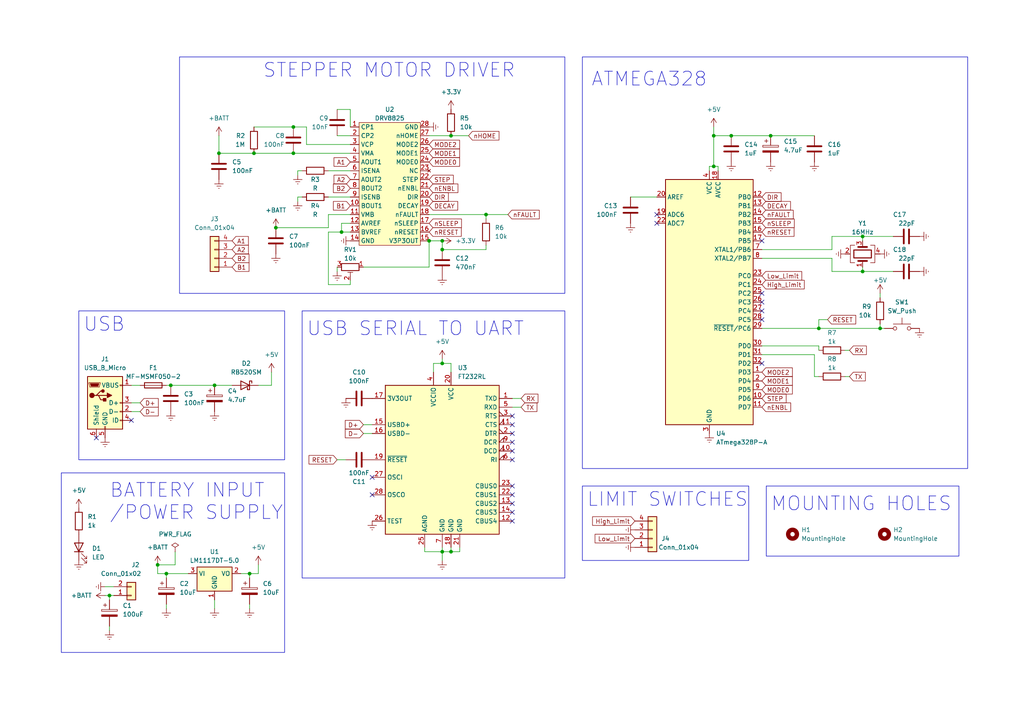
<source format=kicad_sch>
(kicad_sch (version 20230121) (generator eeschema)
  (paper "A4")
  (title_block (title "Shafter landing platform motor driver") (rev "V1.0"))
  (lib_symbols
    (symbol "Connector:USB_B_Micro" (pin_names (offset 1.016))
      (property "Reference" "J" (at -5.08 11.43 0))
      (property "Value" "USB_B_Micro" (at -5.08 8.89 0))
      (symbol "USB_B_Micro_0_1"
        (rectangle (start -5.08 -7.62) (end 5.08 7.62) (stroke (width 0.254)) (fill (type background)))
        (circle (center -3.81 2.159) (radius 0.635) (stroke (width 0.254)) (fill (type outline)))
        (circle (center -0.635 3.429) (radius 0.381) (stroke (width 0.254)) (fill (type outline)))
        (rectangle (start -0.127 -7.62) (end 0.127 -6.858))
        (polyline (pts (xy -1.905 2.159) (xy 0.635 2.159)) (stroke (width 0.254)))
        (polyline (pts (xy -3.175 2.159) (xy -2.54 2.159) (xy -1.27 3.429) (xy -0.635 3.429)) (stroke (width 0.254)))
        (polyline (pts (xy -2.54 2.159) (xy -1.905 2.159) (xy -1.27 0.889) (xy 0 0.889)) (stroke (width 0.254)))
        (polyline (pts (xy 0.635 2.794) (xy 0.635 1.524) (xy 1.905 2.159) (xy 0.635 2.794)) (stroke (width 0.254)) (fill (type outline)))
        (polyline (pts (xy -4.318 5.588) (xy -1.778 5.588) (xy -2.032 4.826) (xy -4.064 4.826) (xy -4.318 5.588)) (fill (type outline)))
        (polyline (pts (xy -4.699 5.842) (xy -4.699 5.588) (xy -4.445 4.826) (xy -4.445 4.572) (xy -1.651 4.572) (xy -1.651 4.826) (xy -1.397 5.588) (xy -1.397 5.842) (xy -4.699 5.842)))
        (rectangle (start 0.254 1.27) (end -0.508 0.508) (stroke (width 0.254)) (fill (type outline)))
        (rectangle (start 5.08 -5.207) (end 4.318 -4.953))
        (rectangle (start 5.08 -2.667) (end 4.318 -2.413))
        (rectangle (start 5.08 -0.127) (end 4.318 0.127))
        (rectangle (start 5.08 4.953) (end 4.318 5.207))
      )
      (symbol "USB_B_Micro_1_1"
        (pin power_out line (at 7.62 5.08 180) (length 2.54) (name "VBUS") (number "1"))
        (pin bidirectional line (at 7.62 -2.54 180) (length 2.54) (name "D-") (number "2"))
        (pin bidirectional line (at 7.62 0 180) (length 2.54) (name "D+") (number "3"))
        (pin passive line (at 7.62 -5.08 180) (length 2.54) (name "ID") (number "4"))
        (pin power_out line (at 0 -10.16 90) (length 2.54) (name "GND") (number "5"))
        (pin passive line (at -2.54 -10.16 90) (length 2.54) (name "Shield") (number "6"))
      )
    )
    (symbol "Connector_Generic:Conn_01x02" (pin_names (offset 1.016) hide)
      (property "Reference" "J" (at 0 2.54 0))
      (property "Value" "Conn_01x02" (at 0 -5.08 0))
      (symbol "Conn_01x02_1_1"
        (rectangle (start -1.27 -2.413) (end 0 -2.667) (stroke (width 0.1524)))
        (rectangle (start -1.27 0.127) (end 0 -0.127) (stroke (width 0.1524)))
        (rectangle (start -1.27 1.27) (end 1.27 -3.81) (stroke (width 0.254)) (fill (type background)))
        (pin passive line (at -5.08 0 0) (length 3.81) (name "Pin_1") (number "1"))
        (pin passive line (at -5.08 -2.54 0) (length 3.81) (name "Pin_2") (number "2"))
      )
    )
    (symbol "Connector_Generic:Conn_01x04" (pin_names (offset 1.016) hide)
      (property "Reference" "J" (at 0 5.08 0))
      (property "Value" "Conn_01x04" (at 0 -7.62 0))
      (symbol "Conn_01x04_1_1"
        (rectangle (start -1.27 -4.953) (end 0 -5.207) (stroke (width 0.1524)))
        (rectangle (start -1.27 -2.413) (end 0 -2.667) (stroke (width 0.1524)))
        (rectangle (start -1.27 0.127) (end 0 -0.127) (stroke (width 0.1524)))
        (rectangle (start -1.27 2.667) (end 0 2.413) (stroke (width 0.1524)))
        (rectangle (start -1.27 3.81) (end 1.27 -6.35) (stroke (width 0.254)) (fill (type background)))
        (pin passive line (at -5.08 2.54 0) (length 3.81) (name "Pin_1") (number "1"))
        (pin passive line (at -5.08 0 0) (length 3.81) (name "Pin_2") (number "2"))
        (pin passive line (at -5.08 -2.54 0) (length 3.81) (name "Pin_3") (number "3"))
        (pin passive line (at -5.08 -5.08 0) (length 3.81) (name "Pin_4") (number "4"))
      )
    )
    (symbol "DRV8825:DRV8825"
      (property "Reference" "U" (at 0 20.32 0))
      (symbol "DRV8825_1_1"
        (rectangle (start -8.89 17.78) (end 8.89 -17.78) (fill (type background)))
        (pin bidirectional line (at -11.43 16.51 0) (length 2.54) (name "CP1") (number "1"))
        (pin output line (at -11.43 -6.35 0) (length 2.54) (name "BOUT1") (number "10"))
        (pin power_in line (at -11.43 -8.89 0) (length 2.54) (name "VMB") (number "11"))
        (pin input line (at -11.43 -11.43 0) (length 2.54) (name "AVREF") (number "12"))
        (pin input line (at -11.43 -13.97 0) (length 2.54) (name "BVREF") (number "13"))
        (pin power_in line (at -11.43 -16.51 0) (length 2.54) (name "GND") (number "14"))
        (pin power_out line (at 11.43 -16.51 180) (length 2.54) (name "V3P3OUT") (number "15"))
        (pin input line (at 11.43 -13.97 180) (length 2.54) (name "nRESET") (number "16"))
        (pin input line (at 11.43 -11.43 180) (length 2.54) (name "nSLEEP") (number "17"))
        (pin input line (at 11.43 -8.89 180) (length 2.54) (name "nFAULT") (number "18"))
        (pin input line (at 11.43 -6.35 180) (length 2.54) (name "DECAY") (number "19"))
        (pin bidirectional line (at -11.43 13.97 0) (length 2.54) (name "CP2") (number "2"))
        (pin input line (at 11.43 -3.81 180) (length 2.54) (name "DIR") (number "20"))
        (pin input line (at 11.43 -1.27 180) (length 2.54) (name "nENBL") (number "21"))
        (pin input line (at 11.43 1.27 180) (length 2.54) (name "STEP") (number "22"))
        (pin no_connect line (at 11.43 3.81 180) (length 2.54) (name "NC") (number "23"))
        (pin input line (at 11.43 6.35 180) (length 2.54) (name "MODE0") (number "24"))
        (pin input line (at 11.43 8.89 180) (length 2.54) (name "MODE1") (number "25"))
        (pin input line (at 11.43 11.43 180) (length 2.54) (name "MODE2") (number "26"))
        (pin input line (at 11.43 13.97 180) (length 2.54) (name "nHOME") (number "27"))
        (pin power_in line (at 11.43 16.51 180) (length 2.54) (name "GND") (number "28"))
        (pin bidirectional line (at -11.43 11.43 0) (length 2.54) (name "VCP") (number "3"))
        (pin power_in line (at -11.43 8.89 0) (length 2.54) (name "VMA") (number "4"))
        (pin output line (at -11.43 6.35 0) (length 2.54) (name "AOUT1") (number "5"))
        (pin bidirectional line (at -11.43 3.81 0) (length 2.54) (name "ISENA") (number "6"))
        (pin output line (at -11.43 1.27 0) (length 2.54) (name "AOUT2") (number "7"))
        (pin output line (at -11.43 -1.27 0) (length 2.54) (name "BOUT2") (number "8"))
        (pin bidirectional line (at -11.43 -3.81 0) (length 2.54) (name "ISENB") (number "9"))
      )
    )
    (symbol "Device:C" (pin_numbers hide) (pin_names (offset 0.254))
      (property "Reference" "C" (at 0.635 2.54 0))
      (property "Value" "C" (at 0.635 -2.54 0))
      (symbol "C_0_1"
        (polyline (pts (xy -2.032 -0.762) (xy 2.032 -0.762)) (stroke (width 0.508)))
        (polyline (pts (xy -2.032 0.762) (xy 2.032 0.762)) (stroke (width 0.508)))
      )
      (symbol "C_1_1"
        (pin passive line (at 0 3.81 270) (length 2.794) (name "~") (number "1"))
        (pin passive line (at 0 -3.81 90) (length 2.794) (name "~") (number "2"))
      )
    )
    (symbol "Device:C_Polarized" (pin_numbers hide) (pin_names (offset 0.254))
      (property "Reference" "C" (at 0.635 2.54 0))
      (property "Value" "C_Polarized" (at 0.635 -2.54 0))
      (symbol "C_Polarized_0_1"
        (rectangle (start -2.286 0.508) (end 2.286 1.016))
        (polyline (pts (xy -1.778 2.286) (xy -0.762 2.286)))
        (polyline (pts (xy -1.27 2.794) (xy -1.27 1.778)))
        (rectangle (start 2.286 -0.508) (end -2.286 -1.016) (fill (type outline)))
      )
      (symbol "C_Polarized_1_1"
        (pin passive line (at 0 3.81 270) (length 2.794) (name "~") (number "1"))
        (pin passive line (at 0 -3.81 90) (length 2.794) (name "~") (number "2"))
      )
    )
    (symbol "Device:Crystal_GND24" (pin_names (offset 1.016) hide)
      (property "Reference" "Y" (at 3.175 5.08 0))
      (property "Value" "Crystal_GND24" (at 3.175 3.175 0))
      (symbol "Crystal_GND24_0_1"
        (rectangle (start -1.143 2.54) (end 1.143 -2.54) (stroke (width 0.3048)))
        (polyline (pts (xy -2.54 0) (xy -2.032 0)))
        (polyline (pts (xy -2.032 -1.27) (xy -2.032 1.27)) (stroke (width 0.508)))
        (polyline (pts (xy 0 -3.81) (xy 0 -3.556)))
        (polyline (pts (xy 0 3.556) (xy 0 3.81)))
        (polyline (pts (xy 2.032 -1.27) (xy 2.032 1.27)) (stroke (width 0.508)))
        (polyline (pts (xy 2.032 0) (xy 2.54 0)))
        (polyline (pts (xy -2.54 -2.286) (xy -2.54 -3.556) (xy 2.54 -3.556) (xy 2.54 -2.286)))
        (polyline (pts (xy -2.54 2.286) (xy -2.54 3.556) (xy 2.54 3.556) (xy 2.54 2.286)))
      )
      (symbol "Crystal_GND24_1_1"
        (pin passive line (at -3.81 0 0) (length 1.27) (name "1") (number "1"))
        (pin passive line (at 0 5.08 270) (length 1.27) (name "2") (number "2"))
        (pin passive line (at 3.81 0 180) (length 1.27) (name "3") (number "3"))
        (pin passive line (at 0 -5.08 90) (length 1.27) (name "4") (number "4"))
      )
    )
    (symbol "Device:D_Schottky" (pin_numbers hide) (pin_names (offset 1.016) hide)
      (property "Reference" "D" (at 0 2.54 0))
      (property "Value" "D_Schottky" (at 0 -2.54 0))
      (symbol "D_Schottky_0_1"
        (polyline (pts (xy 1.27 0) (xy -1.27 0)))
        (polyline (pts (xy 1.27 1.27) (xy 1.27 -1.27) (xy -1.27 0) (xy 1.27 1.27)) (stroke (width 0.254)))
        (polyline (pts (xy -1.905 0.635) (xy -1.905 1.27) (xy -1.27 1.27) (xy -1.27 -1.27) (xy -0.635 -1.27) (xy -0.635 -0.635)) (stroke (width 0.254)))
      )
      (symbol "D_Schottky_1_1"
        (pin passive line (at -3.81 0 0) (length 2.54) (name "K") (number "1"))
        (pin passive line (at 3.81 0 180) (length 2.54) (name "A") (number "2"))
      )
    )
    (symbol "Device:Fuse" (pin_numbers hide) (pin_names (offset 0))
      (property "Reference" "F" (at 2.032 0 90))
      (property "Value" "Fuse" (at -1.905 0 90))
      (symbol "Fuse_0_1"
        (rectangle (start -0.762 -2.54) (end 0.762 2.54) (stroke (width 0.254)))
        (polyline (pts (xy 0 2.54) (xy 0 -2.54)))
      )
      (symbol "Fuse_1_1"
        (pin passive line (at 0 3.81 270) (length 1.27) (name "~") (number "1"))
        (pin passive line (at 0 -3.81 90) (length 1.27) (name "~") (number "2"))
      )
    )
    (symbol "Device:LED" (pin_numbers hide) (pin_names (offset 1.016) hide)
      (property "Reference" "D" (at 0 2.54 0))
      (property "Value" "LED" (at 0 -2.54 0))
      (symbol "LED_0_1"
        (polyline (pts (xy -1.27 -1.27) (xy -1.27 1.27)) (stroke (width 0.254)))
        (polyline (pts (xy -1.27 0) (xy 1.27 0)))
        (polyline (pts (xy 1.27 -1.27) (xy 1.27 1.27) (xy -1.27 0) (xy 1.27 -1.27)) (stroke (width 0.254)))
        (polyline (pts (xy -3.048 -0.762) (xy -4.572 -2.286) (xy -3.81 -2.286) (xy -4.572 -2.286) (xy -4.572 -1.524)))
        (polyline (pts (xy -1.778 -0.762) (xy -3.302 -2.286) (xy -2.54 -2.286) (xy -3.302 -2.286) (xy -3.302 -1.524)))
      )
      (symbol "LED_1_1"
        (pin passive line (at -3.81 0 0) (length 2.54) (name "K") (number "1"))
        (pin passive line (at 3.81 0 180) (length 2.54) (name "A") (number "2"))
      )
    )
    (symbol "Device:R" (pin_numbers hide) (pin_names (offset 0))
      (property "Reference" "R" (at 2.032 0 90))
      (property "Value" "R" (at 0 0 90))
      (symbol "R_0_1"
        (rectangle (start -1.016 -2.54) (end 1.016 2.54) (stroke (width 0.254)))
      )
      (symbol "R_1_1"
        (pin passive line (at 0 3.81 270) (length 1.27) (name "~") (number "1"))
        (pin passive line (at 0 -3.81 90) (length 1.27) (name "~") (number "2"))
      )
    )
    (symbol "Device:R_Potentiometer_Trim" (pin_names (offset 1.016) hide)
      (property "Reference" "RV" (at -4.445 0 90))
      (property "Value" "R_Potentiometer_Trim" (at -2.54 0 90))
      (symbol "R_Potentiometer_Trim_0_1"
        (polyline (pts (xy 1.524 0.762) (xy 1.524 -0.762)))
        (polyline (pts (xy 2.54 0) (xy 1.524 0)))
        (rectangle (start 1.016 2.54) (end -1.016 -2.54) (stroke (width 0.254)))
      )
      (symbol "R_Potentiometer_Trim_1_1"
        (pin passive line (at 0 3.81 270) (length 1.27) (name "1") (number "1"))
        (pin passive line (at 3.81 0 180) (length 1.27) (name "2") (number "2"))
        (pin passive line (at 0 -3.81 90) (length 1.27) (name "3") (number "3"))
      )
    )
    (symbol "Interface_USB:FT232RL"
      (property "Reference" "U" (at -16.51 22.86 0))
      (property "Value" "FT232RL" (at 10.16 22.86 0))
      (symbol "FT232RL_0_1"
        (rectangle (start -16.51 21.59) (end 16.51 -21.59) (stroke (width 0.254)) (fill (type background)))
      )
      (symbol "FT232RL_1_1"
        (pin output line (at 20.32 17.78 180) (length 3.81) (name "TXD") (number "1"))
        (pin input input_low (at 20.32 2.54 180) (length 3.81) (name "DCD") (number "10"))
        (pin input input_low (at 20.32 10.16 180) (length 3.81) (name "CTS") (number "11"))
        (pin bidirectional line (at 20.32 -17.78 180) (length 3.81) (name "CBUS4") (number "12"))
        (pin bidirectional line (at 20.32 -12.7 180) (length 3.81) (name "CBUS2") (number "13"))
        (pin bidirectional line (at 20.32 -15.24 180) (length 3.81) (name "CBUS3") (number "14"))
        (pin bidirectional line (at -20.32 10.16 0) (length 3.81) (name "USBD+") (number "15"))
        (pin bidirectional line (at -20.32 7.62 0) (length 3.81) (name "USBD-") (number "16"))
        (pin power_out line (at -20.32 17.78 0) (length 3.81) (name "3V3OUT") (number "17"))
        (pin power_in line (at 2.54 -25.4 90) (length 3.81) (name "GND") (number "18"))
        (pin input line (at -20.32 0 0) (length 3.81) (name "~{RESET}") (number "19"))
        (pin output output_low (at 20.32 7.62 180) (length 3.81) (name "DTR") (number "2"))
        (pin power_in line (at 2.54 25.4 270) (length 3.81) (name "VCC") (number "20"))
        (pin power_in line (at 5.08 -25.4 90) (length 3.81) (name "GND") (number "21"))
        (pin bidirectional line (at 20.32 -10.16 180) (length 3.81) (name "CBUS1") (number "22"))
        (pin bidirectional line (at 20.32 -7.62 180) (length 3.81) (name "CBUS0") (number "23"))
        (pin power_in line (at -5.08 -25.4 90) (length 3.81) (name "AGND") (number "25"))
        (pin input line (at -20.32 -17.78 0) (length 3.81) (name "TEST") (number "26"))
        (pin input line (at -20.32 -5.08 0) (length 3.81) (name "OSCI") (number "27"))
        (pin output line (at -20.32 -10.16 0) (length 3.81) (name "OSCO") (number "28"))
        (pin output output_low (at 20.32 12.7 180) (length 3.81) (name "RTS") (number "3"))
        (pin power_in line (at -2.54 25.4 270) (length 3.81) (name "VCCIO") (number "4"))
        (pin input line (at 20.32 15.24 180) (length 3.81) (name "RXD") (number "5"))
        (pin input input_low (at 20.32 0 180) (length 3.81) (name "RI") (number "6"))
        (pin power_in line (at 0 -25.4 90) (length 3.81) (name "GND") (number "7"))
        (pin input input_low (at 20.32 5.08 180) (length 3.81) (name "DCR") (number "9"))
      )
    )
    (symbol "MCU_Microchip_ATmega:ATmega328P-A"
      (property "Reference" "U" (at -12.7 36.83 0))
      (property "Value" "ATmega328P-A" (at 2.54 -36.83 0))
      (symbol "ATmega328P-A_0_1"
        (rectangle (start -12.7 -35.56) (end 12.7 35.56) (stroke (width 0.254)) (fill (type background)))
      )
      (symbol "ATmega328P-A_1_1"
        (pin bidirectional line (at 15.24 -20.32 180) (length 2.54) (name "PD3") (number "1"))
        (pin bidirectional line (at 15.24 -27.94 180) (length 2.54) (name "PD6") (number "10"))
        (pin bidirectional line (at 15.24 -30.48 180) (length 2.54) (name "PD7") (number "11"))
        (pin bidirectional line (at 15.24 30.48 180) (length 2.54) (name "PB0") (number "12"))
        (pin bidirectional line (at 15.24 27.94 180) (length 2.54) (name "PB1") (number "13"))
        (pin bidirectional line (at 15.24 25.4 180) (length 2.54) (name "PB2") (number "14"))
        (pin bidirectional line (at 15.24 22.86 180) (length 2.54) (name "PB3") (number "15"))
        (pin bidirectional line (at 15.24 20.32 180) (length 2.54) (name "PB4") (number "16"))
        (pin bidirectional line (at 15.24 17.78 180) (length 2.54) (name "PB5") (number "17"))
        (pin power_in line (at 2.54 38.1 270) (length 2.54) (name "AVCC") (number "18"))
        (pin input line (at -15.24 25.4 0) (length 2.54) (name "ADC6") (number "19"))
        (pin bidirectional line (at 15.24 -22.86 180) (length 2.54) (name "PD4") (number "2"))
        (pin passive line (at -15.24 30.48 0) (length 2.54) (name "AREF") (number "20"))
        (pin passive line (at 0 -38.1 90) (length 2.54) hide (name "GND") (number "21"))
        (pin input line (at -15.24 22.86 0) (length 2.54) (name "ADC7") (number "22"))
        (pin bidirectional line (at 15.24 7.62 180) (length 2.54) (name "PC0") (number "23"))
        (pin bidirectional line (at 15.24 5.08 180) (length 2.54) (name "PC1") (number "24"))
        (pin bidirectional line (at 15.24 2.54 180) (length 2.54) (name "PC2") (number "25"))
        (pin bidirectional line (at 15.24 0 180) (length 2.54) (name "PC3") (number "26"))
        (pin bidirectional line (at 15.24 -2.54 180) (length 2.54) (name "PC4") (number "27"))
        (pin bidirectional line (at 15.24 -5.08 180) (length 2.54) (name "PC5") (number "28"))
        (pin bidirectional line (at 15.24 -7.62 180) (length 2.54) (name "~{RESET}/PC6") (number "29"))
        (pin power_in line (at 0 -38.1 90) (length 2.54) (name "GND") (number "3"))
        (pin bidirectional line (at 15.24 -12.7 180) (length 2.54) (name "PD0") (number "30"))
        (pin bidirectional line (at 15.24 -15.24 180) (length 2.54) (name "PD1") (number "31"))
        (pin bidirectional line (at 15.24 -17.78 180) (length 2.54) (name "PD2") (number "32"))
        (pin power_in line (at 0 38.1 270) (length 2.54) (name "VCC") (number "4"))
        (pin passive line (at 0 -38.1 90) (length 2.54) hide (name "GND") (number "5"))
        (pin passive line (at 0 38.1 270) (length 2.54) hide (name "VCC") (number "6"))
        (pin bidirectional line (at 15.24 15.24 180) (length 2.54) (name "XTAL1/PB6") (number "7"))
        (pin bidirectional line (at 15.24 12.7 180) (length 2.54) (name "XTAL2/PB7") (number "8"))
        (pin bidirectional line (at 15.24 -25.4 180) (length 2.54) (name "PD5") (number "9"))
      )
    )
    (symbol "Mechanical:MountingHole" (pin_names (offset 1.016))
      (property "Reference" "H" (at 0 5.08 0))
      (property "Value" "MountingHole" (at 0 3.175 0))
      (symbol "MountingHole_0_1"
        (circle (center 0 0) (radius 1.27) (stroke (width 1.27)))
      )
    )
    (symbol "Regulator_Linear:LM1117DT-5.0"
      (property "Reference" "U" (at -3.81 3.175 0))
      (property "Value" "LM1117DT-5.0" (at 0 3.175 0))
      (symbol "LM1117DT-5.0_0_1"
        (rectangle (start -5.08 -5.08) (end 5.08 1.905) (stroke (width 0.254)) (fill (type background)))
      )
      (symbol "LM1117DT-5.0_1_1"
        (pin power_in line (at 0 -7.62 90) (length 2.54) (name "GND") (number "1"))
        (pin power_out line (at 7.62 0 180) (length 2.54) (name "VO") (number "2"))
        (pin power_in line (at -7.62 0 0) (length 2.54) (name "VI") (number "3"))
      )
    )
    (symbol "Switch:SW_Push" (pin_numbers hide) (pin_names (offset 1.016) hide)
      (property "Reference" "SW" (at 1.27 2.54 0))
      (property "Value" "SW_Push" (at 0 -1.524 0))
      (symbol "SW_Push_0_1"
        (circle (center -2.032 0) (radius 0.508))
        (polyline (pts (xy 0 1.27) (xy 0 3.048)))
        (polyline (pts (xy 2.54 1.27) (xy -2.54 1.27)))
        (circle (center 2.032 0) (radius 0.508))
        (pin passive line (at -5.08 0 0) (length 2.54) (name "1") (number "1"))
        (pin passive line (at 5.08 0 180) (length 2.54) (name "2") (number "2"))
      )
    )
    (symbol "power:+3.3V" (power) (pin_names (offset 0))
      (property "Value" "+3.3V" (at 0 3.556 0))
      (symbol "+3.3V_0_1"
        (polyline (pts (xy -0.762 1.27) (xy 0 2.54)))
        (polyline (pts (xy 0 0) (xy 0 2.54)))
        (polyline (pts (xy 0 2.54) (xy 0.762 1.27)))
      )
      (symbol "+3.3V_1_1"
        (pin power_in line (at 0 0 90) (length 0) hide (name "+3.3V") (number "1"))
      )
    )
    (symbol "power:+5V" (power) (pin_names (offset 0))
      (property "Value" "+5V" (at 0 3.556 0))
      (symbol "+5V_0_1"
        (polyline (pts (xy -0.762 1.27) (xy 0 2.54)))
        (polyline (pts (xy 0 0) (xy 0 2.54)))
        (polyline (pts (xy 0 2.54) (xy 0.762 1.27)))
      )
      (symbol "+5V_1_1"
        (pin power_in line (at 0 0 90) (length 0) hide (name "+5V") (number "1"))
      )
    )
    (symbol "power:+BATT" (power) (pin_names (offset 0))
      (property "Value" "+BATT" (at 0 3.556 0))
      (symbol "+BATT_0_1"
        (polyline (pts (xy -0.762 1.27) (xy 0 2.54)))
        (polyline (pts (xy 0 0) (xy 0 2.54)))
        (polyline (pts (xy 0 2.54) (xy 0.762 1.27)))
      )
      (symbol "+BATT_1_1"
        (pin power_in line (at 0 0 90) (length 0) hide (name "+BATT") (number "1"))
      )
    )
    (symbol "power:Earth" (power) (pin_names (offset 0))
      (symbol "Earth_0_1"
        (polyline (pts (xy -0.635 -1.905) (xy 0.635 -1.905)))
        (polyline (pts (xy -0.127 -2.54) (xy 0.127 -2.54)))
        (polyline (pts (xy 0 -1.27) (xy 0 0)))
        (polyline (pts (xy 1.27 -1.27) (xy -1.27 -1.27)))
      )
      (symbol "Earth_1_1"
        (pin power_in line (at 0 0 270) (length 0) hide (name "Earth") (number "1"))
      )
    )
    (symbol "power:PWR_FLAG" (power) (pin_numbers hide) (pin_names (offset 0) hide)
      (property "Value" "PWR_FLAG" (at 0 3.81 0))
      (symbol "PWR_FLAG_0_0"
        (pin power_out line (at 0 0 90) (length 0) (name "pwr") (number "1"))
      )
      (symbol "PWR_FLAG_0_1"
        (polyline (pts (xy 0 0) (xy 0 1.27) (xy -1.016 1.905) (xy 0 2.54) (xy 1.016 1.905) (xy 0 1.27)))
      )
    )
  )
  (junction (at 207.01 48.26))
  (junction (at 128.27 105.41))
  (junction (at 207.01 39.37))
  (junction (at 128.27 69.85))
  (junction (at 85.09 44.45))
  (junction (at 85.09 36.83))
  (junction (at 80.01 66.04))
  (junction (at 212.09 39.37))
  (junction (at 223.52 39.37))
  (junction (at 48.26 166.37))
  (junction (at 62.23 111.76))
  (junction (at 49.53 111.76))
  (junction (at 128.27 72.39))
  (junction (at 63.5 44.45))
  (junction (at 250.19 78.74))
  (junction (at 130.81 160.02))
  (junction (at 250.19 68.58))
  (junction (at 72.39 166.37))
  (junction (at 237.49 95.25))
  (junction (at 99.06 67.31))
  (junction (at 128.27 160.02))
  (junction (at 140.97 62.23))
  (junction (at 124.46 69.85))
  (junction (at 130.81 39.37))
  (junction (at 45.72 163.83))
  (junction (at 73.66 44.45))
  (junction (at 31.75 172.72))
  (junction (at 255.27 95.25))
  (no_connect (at 148.59 120.65))
  (no_connect (at 148.59 146.05))
  (no_connect (at 220.98 92.71))
  (no_connect (at 220.98 69.85))
  (no_connect (at 38.1 121.92))
  (no_connect (at 220.98 105.41))
  (no_connect (at 107.95 138.43))
  (no_connect (at 148.59 125.73))
  (no_connect (at 190.5 64.77))
  (no_connect (at 148.59 148.59))
  (no_connect (at 148.59 151.13))
  (no_connect (at 148.59 123.19))
  (no_connect (at 107.95 143.51))
  (no_connect (at 148.59 140.97))
  (no_connect (at 148.59 130.81))
  (no_connect (at 220.98 87.63))
  (no_connect (at 148.59 128.27))
  (no_connect (at 220.98 85.09))
  (no_connect (at 220.98 90.17))
  (no_connect (at 148.59 143.51))
  (no_connect (at 27.94 127))
  (no_connect (at 148.59 133.35))
  (no_connect (at 190.5 62.23))
  (wire (pts (xy 123.19 160.02) (xy 128.27 160.02)))
  (wire (pts (xy 63.5 39.37) (xy 63.5 44.45)))
  (wire (pts (xy 220.98 74.93) (xy 241.3 74.93)))
  (wire (pts (xy 130.81 160.02) (xy 130.81 158.75)))
  (wire (pts (xy 95.25 62.23) (xy 95.25 66.04)))
  (wire (pts (xy 95.25 49.53) (xy 101.6 49.53)))
  (wire (pts (xy 31.75 181.61) (xy 31.75 182.88)))
  (wire (pts (xy 62.23 176.53) (xy 62.23 173.99)))
  (wire (pts (xy 237.49 92.71) (xy 240.03 92.71)))
  (wire (pts (xy 220.98 95.25) (xy 237.49 95.25)))
  (wire (pts (xy 101.6 62.23) (xy 95.25 62.23)))
  (wire (pts (xy 50.8 163.83) (xy 45.72 163.83)))
  (wire (pts (xy 78.74 107.95) (xy 78.74 111.76)))
  (wire (pts (xy 74.93 166.37) (xy 72.39 166.37)))
  (wire (pts (xy 101.6 31.75) (xy 97.79 31.75)))
  (wire (pts (xy 223.52 39.37) (xy 236.22 39.37)))
  (wire (pts (xy 74.93 163.83) (xy 74.93 166.37)))
  (wire (pts (xy 130.81 107.95) (xy 130.81 105.41)))
  (wire (pts (xy 207.01 39.37) (xy 212.09 39.37)))
  (wire (pts (xy 48.26 167.64) (xy 48.26 166.37)))
  (wire (pts (xy 62.23 111.76) (xy 67.31 111.76)))
  (wire (pts (xy 237.49 95.25) (xy 255.27 95.25)))
  (wire (pts (xy 205.74 48.26) (xy 205.74 49.53)))
  (wire (pts (xy 105.41 123.19) (xy 107.95 123.19)))
  (wire (pts (xy 140.97 62.23) (xy 147.32 62.23)))
  (wire (pts (xy 208.28 49.53) (xy 208.28 48.26)))
  (wire (pts (xy 97.79 77.47) (xy 97.79 78.74)))
  (wire (pts (xy 255.27 93.98) (xy 255.27 95.25)))
  (wire (pts (xy 125.73 105.41) (xy 125.73 107.95)))
  (wire (pts (xy 212.09 39.37) (xy 223.52 39.37)))
  (wire (pts (xy 250.19 78.74) (xy 259.08 78.74)))
  (wire (pts (xy 207.01 39.37) (xy 207.01 36.83)))
  (wire (pts (xy 237.49 101.6) (xy 237.49 100.33)))
  (wire (pts (xy 48.26 166.37) (xy 54.61 166.37)))
  (wire (pts (xy 255.27 85.09) (xy 255.27 86.36)))
  (wire (pts (xy 133.35 160.02) (xy 130.81 160.02)))
  (wire (pts (xy 130.81 39.37) (xy 135.89 39.37)))
  (wire (pts (xy 250.19 78.74) (xy 250.19 77.47)))
  (wire (pts (xy 40.64 116.84) (xy 38.1 116.84)))
  (wire (pts (xy 208.28 48.26) (xy 207.01 48.26)))
  (wire (pts (xy 95.25 57.15) (xy 101.6 57.15)))
  (wire (pts (xy 72.39 167.64) (xy 72.39 166.37)))
  (wire (pts (xy 88.9 41.91) (xy 88.9 36.83)))
  (wire (pts (xy 86.36 57.15) (xy 86.36 58.42)))
  (wire (pts (xy 31.75 172.72) (xy 33.02 172.72)))
  (wire (pts (xy 63.5 44.45) (xy 73.66 44.45)))
  (wire (pts (xy 99.06 67.31) (xy 101.6 67.31)))
  (wire (pts (xy 97.79 39.37) (xy 101.6 39.37)))
  (wire (pts (xy 182.88 57.15) (xy 190.5 57.15)))
  (wire (pts (xy 124.46 69.85) (xy 124.46 77.47)))
  (wire (pts (xy 124.46 77.47) (xy 105.41 77.47)))
  (wire (pts (xy 130.81 105.41) (xy 128.27 105.41)))
  (wire (pts (xy 69.85 166.37) (xy 72.39 166.37)))
  (wire (pts (xy 86.36 57.15) (xy 87.63 57.15)))
  (wire (pts (xy 85.09 36.83) (xy 88.9 36.83)))
  (wire (pts (xy 86.36 49.53) (xy 86.36 50.8)))
  (wire (pts (xy 97.79 133.35) (xy 100.33 133.35)))
  (wire (pts (xy 246.38 101.6) (xy 245.11 101.6)))
  (wire (pts (xy 124.46 69.85) (xy 128.27 69.85)))
  (wire (pts (xy 237.49 92.71) (xy 237.49 95.25)))
  (wire (pts (xy 101.6 82.55) (xy 95.25 82.55)))
  (wire (pts (xy 40.64 111.76) (xy 38.1 111.76)))
  (wire (pts (xy 151.13 118.11) (xy 148.59 118.11)))
  (wire (pts (xy 236.22 109.22) (xy 237.49 109.22)))
  (wire (pts (xy 73.66 36.83) (xy 85.09 36.83)))
  (wire (pts (xy 124.46 62.23) (xy 140.97 62.23)))
  (wire (pts (xy 31.75 172.72) (xy 31.75 173.99)))
  (wire (pts (xy 128.27 104.14) (xy 128.27 105.41)))
  (wire (pts (xy 30.48 170.18) (xy 33.02 170.18)))
  (wire (pts (xy 207.01 48.26) (xy 205.74 48.26)))
  (wire (pts (xy 140.97 72.39) (xy 128.27 72.39)))
  (wire (pts (xy 86.36 49.53) (xy 87.63 49.53)))
  (wire (pts (xy 85.09 44.45) (xy 101.6 44.45)))
  (wire (pts (xy 250.19 68.58) (xy 259.08 68.58)))
  (wire (pts (xy 241.3 74.93) (xy 241.3 78.74)))
  (wire (pts (xy 128.27 160.02) (xy 128.27 162.56)))
  (wire (pts (xy 95.25 67.31) (xy 99.06 67.31)))
  (wire (pts (xy 220.98 102.87) (xy 236.22 102.87)))
  (wire (pts (xy 255.27 95.25) (xy 256.54 95.25)))
  (wire (pts (xy 49.53 111.76) (xy 62.23 111.76)))
  (wire (pts (xy 220.98 72.39) (xy 241.3 72.39)))
  (wire (pts (xy 123.19 158.75) (xy 123.19 160.02)))
  (wire (pts (xy 241.3 68.58) (xy 250.19 68.58)))
  (wire (pts (xy 30.48 172.72) (xy 31.75 172.72)))
  (wire (pts (xy 237.49 100.33) (xy 220.98 100.33)))
  (wire (pts (xy 40.64 119.38) (xy 38.1 119.38)))
  (wire (pts (xy 124.46 39.37) (xy 130.81 39.37)))
  (wire (pts (xy 241.3 72.39) (xy 241.3 68.58)))
  (wire (pts (xy 45.72 163.83) (xy 45.72 166.37)))
  (wire (pts (xy 241.3 78.74) (xy 250.19 78.74)))
  (wire (pts (xy 101.6 82.55) (xy 101.6 81.28)))
  (wire (pts (xy 95.25 82.55) (xy 95.25 67.31)))
  (wire (pts (xy 133.35 158.75) (xy 133.35 160.02)))
  (wire (pts (xy 151.13 115.57) (xy 148.59 115.57)))
  (wire (pts (xy 45.72 166.37) (xy 48.26 166.37)))
  (wire (pts (xy 246.38 109.22) (xy 245.11 109.22)))
  (wire (pts (xy 48.26 176.53) (xy 48.26 175.26)))
  (wire (pts (xy 101.6 36.83) (xy 101.6 31.75)))
  (wire (pts (xy 140.97 63.5) (xy 140.97 62.23)))
  (wire (pts (xy 128.27 105.41) (xy 125.73 105.41)))
  (wire (pts (xy 99.06 67.31) (xy 99.06 64.77)))
  (wire (pts (xy 128.27 160.02) (xy 130.81 160.02)))
  (wire (pts (xy 101.6 41.91) (xy 88.9 41.91)))
  (wire (pts (xy 236.22 102.87) (xy 236.22 109.22)))
  (wire (pts (xy 48.26 111.76) (xy 49.53 111.76)))
  (wire (pts (xy 128.27 158.75) (xy 128.27 160.02)))
  (wire (pts (xy 50.8 160.02) (xy 50.8 163.83)))
  (wire (pts (xy 99.06 64.77) (xy 101.6 64.77)))
  (wire (pts (xy 128.27 72.39) (xy 128.27 69.85)))
  (wire (pts (xy 250.19 69.85) (xy 250.19 68.58)))
  (wire (pts (xy 95.25 66.04) (xy 80.01 66.04)))
  (wire (pts (xy 73.66 44.45) (xy 85.09 44.45)))
  (wire (pts (xy 140.97 71.12) (xy 140.97 72.39)))
  (wire (pts (xy 72.39 176.53) (xy 72.39 175.26)))
  (wire (pts (xy 105.41 125.73) (xy 107.95 125.73)))
  (wire (pts (xy 207.01 39.37) (xy 207.01 48.26)))
  (wire (pts (xy 78.74 111.76) (xy 74.93 111.76)))
  (rectangle (start 168.91 140.97) (end 217.17 162.56))
  (rectangle (start 222.25 140.97) (end 278.13 161.29))
  (rectangle (start 22.86 90.17) (end 82.55 133.35))
  (rectangle (start 168.91 16.51) (end 280.67 135.89))
  (rectangle (start 52.07 16.51) (end 163.83 85.09))
  (rectangle (start 17.78 137.16) (end 82.55 189.23))
  (rectangle (start 87.63 90.17) (end 163.83 167.64))
  (text "LIMIT SWITCHES" (at 170.18 147.32 0) (effects (font (size 4 4)) (justify left bottom)))
  (text "USB" (at 24.13 96.52 0) (effects (font (size 4 4)) (justify left bottom)))
  (text "USB SERIAL TO UART" (at 88.9 97.79 0) (effects (font (size 4 4)) (justify left bottom)))
  (text "ATMEGA328" (at 171.45 25.4 0) (effects (font (size 4 4)) (justify left bottom)))
  (text "MOUNTING HOLES" (at 223.52 148.59 0) (effects (font (size 4 4)) (justify left bottom)))
  (text "STEPPER MOTOR DRIVER" (at 76.2 22.86 0) (effects (font (size 4 4)) (justify left bottom)))
  (text "BATTERY INPUT\n/POWER SUPPLY" (at 31.75 151.13 0) (effects (font (size 4 4)) (justify left bottom)))
  (global_label "DIR" (shape input) (at 220.98 57.15 0) (property "Intersheetrefs" "${INTERSHEET_REFS}" (effects hide)))
  (global_label "nENBL" (shape input) (at 220.98 118.11 0) (property "Intersheetrefs" "${INTERSHEET_REFS}" (effects hide)))
  (global_label "A2" (shape input) (at 101.6 52.07 180) (property "Intersheetrefs" "${INTERSHEET_REFS}" (effects hide)))
  (global_label "RX" (shape input) (at 246.38 101.6 0) (property "Intersheetrefs" "${INTERSHEET_REFS}" (effects hide)))
  (global_label "A1" (shape input) (at 67.31 69.85 0) (property "Intersheetrefs" "${INTERSHEET_REFS}" (effects hide)))
  (global_label "B1" (shape input) (at 101.6 59.69 180) (property "Intersheetrefs" "${INTERSHEET_REFS}" (effects hide)))
  (global_label "nRESET" (shape input) (at 220.98 67.31 0) (property "Intersheetrefs" "${INTERSHEET_REFS}" (effects hide)))
  (global_label "RX" (shape input) (at 151.13 115.57 0) (property "Intersheetrefs" "${INTERSHEET_REFS}" (effects hide)))
  (global_label "High_Limit" (shape input) (at 220.98 82.55 0) (property "Intersheetrefs" "${INTERSHEET_REFS}" (effects hide)))
  (global_label "B2" (shape input) (at 67.31 74.93 0) (property "Intersheetrefs" "${INTERSHEET_REFS}" (effects hide)))
  (global_label "D+" (shape input) (at 105.41 123.19 180) (property "Intersheetrefs" "${INTERSHEET_REFS}" (effects hide)))
  (global_label "A2" (shape input) (at 67.31 72.39 0) (property "Intersheetrefs" "${INTERSHEET_REFS}" (effects hide)))
  (global_label "MODE2" (shape input) (at 220.98 107.95 0) (property "Intersheetrefs" "${INTERSHEET_REFS}" (effects hide)))
  (global_label "STEP" (shape input) (at 220.98 115.57 0) (property "Intersheetrefs" "${INTERSHEET_REFS}" (effects hide)))
  (global_label "nENBL" (shape input) (at 124.46 54.61 0) (property "Intersheetrefs" "${INTERSHEET_REFS}" (effects hide)))
  (global_label "nFAULT" (shape input) (at 147.32 62.23 0) (property "Intersheetrefs" "${INTERSHEET_REFS}" (effects hide)))
  (global_label "RESET" (shape input) (at 97.79 133.35 180) (property "Intersheetrefs" "${INTERSHEET_REFS}" (effects hide)))
  (global_label "MODE2" (shape input) (at 124.46 41.91 0) (property "Intersheetrefs" "${INTERSHEET_REFS}" (effects hide)))
  (global_label "RESET" (shape input) (at 240.03 92.71 0) (property "Intersheetrefs" "${INTERSHEET_REFS}" (effects hide)))
  (global_label "D+" (shape input) (at 40.64 116.84 0) (property "Intersheetrefs" "${INTERSHEET_REFS}" (effects hide)))
  (global_label "A1" (shape input) (at 101.6 46.99 180) (property "Intersheetrefs" "${INTERSHEET_REFS}" (effects hide)))
  (global_label "MODE1" (shape input) (at 124.46 44.45 0) (property "Intersheetrefs" "${INTERSHEET_REFS}" (effects hide)))
  (global_label "nSLEEP" (shape input) (at 220.98 64.77 0) (property "Intersheetrefs" "${INTERSHEET_REFS}" (effects hide)))
  (global_label "Low_Limit" (shape input) (at 184.15 156.21 180) (property "Intersheetrefs" "${INTERSHEET_REFS}" (effects hide)))
  (global_label "D-" (shape input) (at 40.64 119.38 0) (property "Intersheetrefs" "${INTERSHEET_REFS}" (effects hide)))
  (global_label "nRESET" (shape input) (at 124.46 67.31 0) (property "Intersheetrefs" "${INTERSHEET_REFS}" (effects hide)))
  (global_label "nHOME" (shape input) (at 135.89 39.37 0) (property "Intersheetrefs" "${INTERSHEET_REFS}" (effects hide)))
  (global_label "TX" (shape input) (at 151.13 118.11 0) (property "Intersheetrefs" "${INTERSHEET_REFS}" (effects hide)))
  (global_label "nFAULT" (shape input) (at 220.98 62.23 0) (property "Intersheetrefs" "${INTERSHEET_REFS}" (effects hide)))
  (global_label "High_Limit" (shape input) (at 184.15 151.13 180) (property "Intersheetrefs" "${INTERSHEET_REFS}" (effects hide)))
  (global_label "MODE0" (shape input) (at 220.98 113.03 0) (property "Intersheetrefs" "${INTERSHEET_REFS}" (effects hide)))
  (global_label "STEP" (shape input) (at 124.46 52.07 0) (property "Intersheetrefs" "${INTERSHEET_REFS}" (effects hide)))
  (global_label "TX" (shape input) (at 246.38 109.22 0) (property "Intersheetrefs" "${INTERSHEET_REFS}" (effects hide)))
  (global_label "DECAY" (shape input) (at 220.98 59.69 0) (property "Intersheetrefs" "${INTERSHEET_REFS}" (effects hide)))
  (global_label "MODE0" (shape input) (at 124.46 46.99 0) (property "Intersheetrefs" "${INTERSHEET_REFS}" (effects hide)))
  (global_label "nSLEEP" (shape input) (at 124.46 64.77 0) (property "Intersheetrefs" "${INTERSHEET_REFS}" (effects hide)))
  (global_label "B1" (shape input) (at 67.31 77.47 0) (property "Intersheetrefs" "${INTERSHEET_REFS}" (effects hide)))
  (global_label "B2" (shape input) (at 101.6 54.61 180) (property "Intersheetrefs" "${INTERSHEET_REFS}" (effects hide)))
  (global_label "Low_Limit" (shape input) (at 220.98 80.01 0) (property "Intersheetrefs" "${INTERSHEET_REFS}" (effects hide)))
  (global_label "MODE1" (shape input) (at 220.98 110.49 0) (property "Intersheetrefs" "${INTERSHEET_REFS}" (effects hide)))
  (global_label "DIR" (shape input) (at 124.46 57.15 0) (property "Intersheetrefs" "${INTERSHEET_REFS}" (effects hide)))
  (global_label "DECAY" (shape input) (at 124.46 59.69 0) (property "Intersheetrefs" "${INTERSHEET_REFS}" (effects hide)))
  (global_label "D-" (shape input) (at 105.41 125.73 180) (property "Intersheetrefs" "${INTERSHEET_REFS}" (effects hide)))
  (symbol (lib_id "power:+BATT") (at 45.72 163.83 0) (unit 1)
    (property "Reference" "#PWR07" (effects hide))
    (property "Value" "+BATT" (at 45.72 158.75 0))
  )
  (symbol (lib_id "Device:R") (at 22.86 151.13 0) (unit 1)
    (property "Reference" "R1" (at 25.4 149.86 0) (effects (justify left)))
    (property "Value" "1k" (at 25.4 152.4 0) (effects (justify left)))
    (property "Footprint" "Resistor_SMD:R_0603_1608Metric" (effects hide))
  )
  (symbol (lib_id "power:Earth") (at 22.86 162.56 0) (unit 1)
    (property "Reference" "#PWR02" (effects hide))
    (property "Value" "Earth" (effects hide))
  )
  (symbol (lib_id "power:Earth") (at 266.7 78.74 90) (unit 1)
    (property "Reference" "#PWR040" (effects hide))
    (property "Value" "Earth" (effects hide))
  )
  (symbol (lib_id "Device:R") (at 241.3 109.22 90) (unit 1)
    (property "Reference" "R8" (at 241.3 104.14 90))
    (property "Value" "1k" (at 241.3 106.68 90))
    (property "Footprint" "Resistor_SMD:R_0603_1608Metric" (effects hide))
  )
  (symbol (lib_id "power:Earth") (at 128.27 162.56 0) (unit 1)
    (property "Reference" "#PWR029" (effects hide))
    (property "Value" "Earth" (effects hide))
  )
  (symbol (lib_id "Device:C") (at 80.01 69.85 0) (unit 1)
    (property "Reference" "C7" (at 83.82 68.58 0) (effects (justify left)))
    (property "Value" "100nF" (at 83.82 71.12 0) (effects (justify left)))
    (property "Footprint" "Capacitor_SMD:C_0603_1608Metric" (effects hide))
  )
  (symbol (lib_id "power:Earth") (at 101.6 69.85 270) (unit 1)
    (property "Reference" "#PWR023" (effects hide))
    (property "Value" "Earth" (effects hide))
  )
  (symbol (lib_id "Device:R") (at 73.66 40.64 0) (mirror y) (unit 1)
    (property "Reference" "R2" (at 71.12 39.37 0) (effects (justify left)))
    (property "Value" "1M" (at 71.12 41.91 0) (effects (justify left)))
    (property "Footprint" "Resistor_SMD:R_0603_1608Metric" (effects hide))
  )
  (symbol (lib_id "DRV8825:DRV8825") (at 113.03 53.34 0) (unit 1)
    (property "Reference" "U2" (at 113.03 31.75 0))
    (property "Value" "DRV8825" (at 113.03 34.29 0))
    (property "Footprint" "drv8825:DRV8825" (effects hide))
  )
  (symbol (lib_id "Device:C") (at 262.89 78.74 90) (unit 1)
    (property "Reference" "C18" (at 262.89 72.39 90) (effects (justify left)))
    (property "Value" "22pF" (at 265.43 74.93 90) (effects (justify left)))
    (property "Footprint" "Capacitor_SMD:C_0603_1608Metric" (effects hide))
  )
  (symbol (lib_id "power:+BATT") (at 63.5 39.37 0) (unit 1)
    (property "Reference" "#PWR012" (effects hide))
    (property "Value" "+BATT" (at 63.5 34.29 0))
  )
  (symbol (lib_id "power:Earth") (at 266.7 68.58 90) (unit 1)
    (property "Reference" "#PWR039" (effects hide))
    (property "Value" "Earth" (effects hide))
  )
  (symbol (lib_id "Device:R") (at 91.44 57.15 90) (mirror x) (unit 1)
    (property "Reference" "R4" (at 91.44 59.69 90))
    (property "Value" "R" (at 91.44 62.23 90))
    (property "Footprint" "Resistor_SMD:R_0603_1608Metric" (effects hide))
  )
  (symbol (lib_id "Device:R_Potentiometer_Trim") (at 101.6 77.47 270) (unit 1)
    (property "Reference" "RV1" (at 101.6 72.39 90))
    (property "Value" "10k" (at 101.6 74.93 90))
    (property "Footprint" "Potentiometer_SMD:Potentiometer_Bourns_3314J_Vertical" (effects hide))
  )
  (symbol (lib_id "power:Earth") (at 62.23 176.53 0) (unit 1)
    (property "Reference" "#PWR011" (effects hide))
    (property "Value" "Earth" (effects hide))
  )
  (symbol (lib_id "power:+3.3V") (at 128.27 69.85 270) (unit 1)
    (property "Reference" "#PWR026" (effects hide))
    (property "Value" "+3.3V" (at 132.08 69.85 90) (effects (justify left)))
  )
  (symbol (lib_id "Device:C") (at 63.5 48.26 0) (unit 1)
    (property "Reference" "C5" (at 67.31 46.99 0) (effects (justify left)))
    (property "Value" "100nF" (at 67.31 49.53 0) (effects (justify left)))
    (property "Footprint" "Capacitor_SMD:C_0603_1608Metric" (effects hide))
  )
  (symbol (lib_id "Device:C") (at 128.27 76.2 0) (unit 1)
    (property "Reference" "C12" (at 132.08 74.93 0) (effects (justify left)))
    (property "Value" "470nF" (at 132.08 77.47 0) (effects (justify left)))
    (property "Footprint" "Capacitor_SMD:C_0603_1608Metric" (effects hide))
  )
  (symbol (lib_id "Connector:USB_B_Micro") (at 30.48 116.84 0) (unit 1)
    (property "Reference" "J1" (at 30.48 104.14 0))
    (property "Value" "USB_B_Micro" (at 30.48 106.68 0))
    (property "Footprint" "Connector_USB:USB_Micro-B_GCT_USB3076-30-A" (effects hide))
  )
  (symbol (lib_id "power:Earth") (at 266.7 95.25 0) (unit 1)
    (property "Reference" "#PWR042" (effects hide))
    (property "Value" "Earth" (effects hide))
  )
  (symbol (lib_id "power:Earth") (at 223.52 46.99 0) (unit 1)
    (property "Reference" "#PWR035" (effects hide))
    (property "Value" "Earth" (effects hide))
  )
  (symbol (lib_id "Device:C") (at 182.88 60.96 0) (mirror y) (unit 1)
    (property "Reference" "C13" (at 179.07 59.69 0) (effects (justify left)))
    (property "Value" "100nF" (at 179.07 62.23 0) (effects (justify left)))
    (property "Footprint" "Capacitor_SMD:C_0603_1608Metric" (effects hide))
  )
  (symbol (lib_id "Regulator_Linear:LM1117DT-5.0") (at 62.23 166.37 0) (unit 1)
    (property "Reference" "U1" (at 62.23 160.02 0))
    (property "Value" "LM1117DT-5.0" (at 62.23 162.56 0))
    (property "Footprint" "Package_TO_SOT_SMD:TO-252-3_TabPin2" (effects hide))
    (property "Datasheet" "http://www.ti.com/lit/ds/symlink/lm1117.pdf" (effects hide))
  )
  (symbol (lib_id "Device:C_Polarized") (at 31.75 177.8 0) (unit 1)
    (property "Reference" "C1" (at 35.56 175.641 0) (effects (justify left)))
    (property "Value" "100uF" (at 35.56 178.181 0) (effects (justify left)))
    (property "Footprint" "Capacitor_SMD:CP_Elec_4x4.5" (effects hide))
  )
  (symbol (lib_id "Switch:SW_Push") (at 261.62 95.25 0) (unit 1)
    (property "Reference" "SW1" (at 261.62 87.63 0))
    (property "Value" "SW_Push" (at 261.62 90.17 0))
    (property "Footprint" "Button_Switch_SMD:SW_SPST_Omron_B3FS-100xP" (effects hide))
  )
  (symbol (lib_id "Connector_Generic:Conn_01x04") (at 189.23 156.21 0) (mirror x) (unit 1)
    (property "Reference" "J4" (at 193.04 156.21 0))
    (property "Value" "Conn_01x04" (at 196.85 158.75 0))
    (property "Footprint" "Connector_PinHeader_2.54mm:PinHeader_1x04_P2.54mm_Vertical" (effects hide))
  )
  (symbol (lib_id "power:Earth") (at 100.33 115.57 0) (unit 1)
    (property "Reference" "#PWR022" (effects hide))
    (property "Value" "Earth" (effects hide))
  )
  (symbol (lib_id "Device:C") (at 104.14 133.35 90) (mirror x) (unit 1)
    (property "Reference" "C11" (at 104.14 139.7 90))
    (property "Value" "100nF" (at 104.14 137.16 90))
    (property "Footprint" "Capacitor_SMD:C_0603_1608Metric" (effects hide))
  )
  (symbol (lib_id "Connector_Generic:Conn_01x02") (at 38.1 172.72 0) (mirror x) (unit 1)
    (property "Reference" "J2" (at 38.1 163.83 0) (effects (justify left)))
    (property "Value" "Conn_01x02" (at 29.21 166.37 0) (effects (justify left)))
    (property "Footprint" "Battery_holes:Battery holes" (effects hide))
  )
  (symbol (lib_id "Device:C") (at 236.22 43.18 0) (unit 1)
    (property "Reference" "C16" (at 240.03 41.91 0) (effects (justify left)))
    (property "Value" "1uF" (at 240.03 44.45 0) (effects (justify left)))
    (property "Footprint" "Capacitor_SMD:C_0603_1608Metric" (effects hide))
  )
  (symbol (lib_id "Device:R") (at 130.81 35.56 0) (unit 1)
    (property "Reference" "R5" (at 133.35 34.29 0) (effects (justify left)))
    (property "Value" "10k" (at 133.35 36.83 0) (effects (justify left)))
    (property "Footprint" "Resistor_SMD:R_0603_1608Metric" (effects hide))
  )
  (symbol (lib_id "power:Earth") (at 80.01 73.66 0) (unit 1)
    (property "Reference" "#PWR018" (effects hide))
    (property "Value" "Earth" (effects hide))
  )
  (symbol (lib_id "power:Earth") (at 184.15 158.75 270) (unit 1)
    (property "Reference" "#PWR044" (effects hide))
    (property "Value" "Earth" (effects hide))
  )
  (symbol (lib_id "Device:R") (at 255.27 90.17 0) (mirror y) (unit 1)
    (property "Reference" "R9" (at 252.73 88.9 0) (effects (justify left)))
    (property "Value" "10k" (at 252.73 91.44 0) (effects (justify left)))
    (property "Footprint" "Resistor_SMD:R_0603_1608Metric" (effects hide))
  )
  (symbol (lib_id "power:Earth") (at 255.27 73.66 90) (unit 1)
    (property "Reference" "#PWR038" (effects hide))
    (property "Value" "Earth" (effects hide))
  )
  (symbol (lib_id "power:Earth") (at 49.53 119.38 0) (unit 1)
    (property "Reference" "#PWR09" (effects hide))
    (property "Value" "Earth" (effects hide))
  )
  (symbol (lib_id "Device:C") (at 104.14 115.57 90) (unit 1)
    (property "Reference" "C10" (at 104.14 107.95 90))
    (property "Value" "100nF" (at 104.14 110.49 90))
    (property "Footprint" "Capacitor_SMD:C_0603_1608Metric" (effects hide))
  )
  (symbol (lib_id "power:+5V") (at 74.93 163.83 0) (unit 1)
    (property "Reference" "#PWR015" (effects hide))
    (property "Value" "+5V" (at 74.93 158.75 0))
  )
  (symbol (lib_id "power:Earth") (at 86.36 58.42 0) (unit 1)
    (property "Reference" "#PWR020" (effects hide))
    (property "Value" "Earth" (effects hide))
  )
  (symbol (lib_id "power:Earth") (at 97.79 78.74 0) (unit 1)
    (property "Reference" "#PWR021" (effects hide))
    (property "Value" "Earth" (effects hide))
  )
  (symbol (lib_id "Device:LED") (at 22.86 158.75 90) (unit 1)
    (property "Reference" "D1" (at 26.67 159.0675 90) (effects (justify right)))
    (property "Value" "LED" (at 26.67 161.6075 90) (effects (justify right)))
    (property "Footprint" "LED_SMD:LED_0805_2012Metric" (effects hide))
  )
  (symbol (lib_id "power:Earth") (at 107.95 151.13 0) (unit 1)
    (property "Reference" "#PWR024" (effects hide))
    (property "Value" "Earth" (effects hide))
  )
  (symbol (lib_id "power:Earth") (at 31.75 182.88 0) (unit 1)
    (property "Reference" "#PWR06" (effects hide))
    (property "Value" "Earth" (effects hide))
  )
  (symbol (lib_id "power:Earth") (at 86.36 50.8 0) (unit 1)
    (property "Reference" "#PWR019" (effects hide))
    (property "Value" "Earth" (effects hide))
  )
  (symbol (lib_id "power:PWR_FLAG") (at 50.8 160.02 0) (unit 1)
    (property "Reference" "#FLG01" (effects hide))
    (property "Value" "PWR_FLAG" (at 50.8 154.94 0))
  )
  (symbol (lib_id "Connector_Generic:Conn_01x04") (at 62.23 74.93 180) (unit 1)
    (property "Reference" "J3" (at 62.23 63.5 0))
    (property "Value" "Conn_01x04" (at 62.23 66.04 0))
    (property "Footprint" "Connector_PinHeader_2.54mm:PinHeader_1x04_P2.54mm_Vertical" (effects hide))
  )
  (symbol (lib_id "power:Earth") (at 184.15 153.67 270) (unit 1)
    (property "Reference" "#PWR043" (effects hide))
    (property "Value" "Earth" (effects hide))
  )
  (symbol (lib_id "power:Earth") (at 30.48 127 0) (unit 1)
    (property "Reference" "#PWR05" (effects hide))
    (property "Value" "Earth" (effects hide))
  )
  (symbol (lib_id "power:Earth") (at 63.5 52.07 0) (unit 1)
    (property "Reference" "#PWR013" (effects hide))
    (property "Value" "Earth" (effects hide))
  )
  (symbol (lib_id "Device:C_Polarized") (at 62.23 115.57 0) (unit 1)
    (property "Reference" "C4" (at 66.04 113.411 0) (effects (justify left)))
    (property "Value" "4.7uF" (at 66.04 115.951 0) (effects (justify left)))
    (property "Footprint" "Capacitor_SMD:CP_Elec_4x4.5" (effects hide))
  )
  (symbol (lib_id "Device:C") (at 85.09 40.64 0) (unit 1)
    (property "Reference" "C8" (at 82.55 39.37 0) (effects (justify right)))
    (property "Value" "100nF" (at 82.55 41.91 0) (effects (justify right)))
    (property "Footprint" "Capacitor_SMD:C_0603_1608Metric" (effects hide))
  )
  (symbol (lib_id "Mechanical:MountingHole") (at 256.54 154.94 0) (unit 1)
    (property "Reference" "H2" (at 259.08 153.67 0) (effects (justify left)))
    (property "Value" "MountingHole" (at 259.08 156.21 0) (effects (justify left)))
    (property "Footprint" "MountingHole:MountingHole_3.2mm_M3" (effects hide))
  )
  (symbol (lib_id "power:Earth") (at 236.22 46.99 0) (unit 1)
    (property "Reference" "#PWR037" (effects hide))
    (property "Value" "Earth" (effects hide))
  )
  (symbol (lib_id "Device:C") (at 212.09 43.18 0) (unit 1)
    (property "Reference" "C14" (at 215.9 41.91 0) (effects (justify left)))
    (property "Value" "1uF" (at 215.9 44.45 0) (effects (justify left)))
    (property "Footprint" "Capacitor_SMD:C_0603_1608Metric" (effects hide))
  )
  (symbol (lib_id "Device:D_Schottky") (at 71.12 111.76 0) (mirror y) (unit 1)
    (property "Reference" "D2" (at 71.4375 105.41 0))
    (property "Value" "RB520SM" (at 71.4375 107.95 0))
    (property "Footprint" "Diode_SMD:D_SOD-523" (effects hide))
  )
  (symbol (lib_id "power:Earth") (at 182.88 64.77 0) (unit 1)
    (property "Reference" "#PWR031" (effects hide))
    (property "Value" "Earth" (effects hide))
  )
  (symbol (lib_id "power:+BATT") (at 30.48 172.72 90) (mirror x) (unit 1)
    (property "Reference" "#PWR04" (effects hide))
    (property "Value" "+BATT" (at 26.67 172.72 90) (effects (justify left)))
  )
  (symbol (lib_id "MCU_Microchip_ATmega:ATmega328P-A") (at 205.74 87.63 0) (unit 1)
    (property "Reference" "U4" (at 207.6959 125.73 0) (effects (justify left)))
    (property "Value" "ATmega328P-A" (at 207.6959 128.27 0) (effects (justify left)))
    (property "Footprint" "Package_QFP:TQFP-32_7x7mm_P0.8mm" (effects hide))
    (property "Datasheet" "http://ww1.microchip.com/downloads/en/DeviceDoc/ATmega328_P%20AVR%20MCU%20with%20picoPower%20Technology%20Data%20Sheet%2040001984A.pdf" (effects hide))
  )
  (symbol (lib_id "power:Earth") (at 72.39 176.53 0) (unit 1)
    (property "Reference" "#PWR014" (effects hide))
    (property "Value" "Earth" (effects hide))
  )
  (symbol (lib_id "power:Earth") (at 62.23 119.38 0) (unit 1)
    (property "Reference" "#PWR010" (effects hide))
    (property "Value" "Earth" (effects hide))
  )
  (symbol (lib_id "power:+5V") (at 78.74 107.95 0) (unit 1)
    (property "Reference" "#PWR016" (effects hide))
    (property "Value" "+5V" (at 78.74 102.87 0))
  )
  (symbol (lib_id "Device:R") (at 140.97 67.31 0) (unit 1)
    (property "Reference" "R6" (at 143.51 66.04 0) (effects (justify left)))
    (property "Value" "10k" (at 143.51 68.58 0) (effects (justify left)))
    (property "Footprint" "Resistor_SMD:R_0603_1608Metric" (effects hide))
  )
  (symbol (lib_id "power:Earth") (at 212.09 46.99 0) (unit 1)
    (property "Reference" "#PWR034" (effects hide))
    (property "Value" "Earth" (effects hide))
  )
  (symbol (lib_id "power:Earth") (at 124.46 36.83 90) (unit 1)
    (property "Reference" "#PWR025" (effects hide))
    (property "Value" "Earth" (effects hide))
  )
  (symbol (lib_id "Device:C_Polarized") (at 48.26 171.45 0) (unit 1)
    (property "Reference" "C2" (at 52.07 169.291 0) (effects (justify left)))
    (property "Value" "10uF" (at 52.07 171.831 0) (effects (justify left)))
    (property "Footprint" "Capacitor_SMD:CP_Elec_4x4.5" (effects hide))
  )
  (symbol (lib_id "power:Earth") (at 205.74 125.73 0) (unit 1)
    (property "Reference" "#PWR032" (effects hide))
    (property "Value" "Earth" (effects hide))
  )
  (symbol (lib_id "power:+BATT") (at 80.01 66.04 0) (unit 1)
    (property "Reference" "#PWR017" (effects hide))
    (property "Value" "+BATT" (at 80.01 60.96 0))
  )
  (symbol (lib_id "Device:C") (at 97.79 35.56 0) (mirror y) (unit 1)
    (property "Reference" "C9" (at 95.25 34.29 0) (effects (justify left)))
    (property "Value" "10nF" (at 95.25 36.83 0) (effects (justify left)))
    (property "Footprint" "Capacitor_SMD:C_0603_1608Metric" (effects hide))
  )
  (symbol (lib_id "Mechanical:MountingHole") (at 229.87 154.94 0) (unit 1)
    (property "Reference" "H1" (at 232.41 153.67 0) (effects (justify left)))
    (property "Value" "MountingHole" (at 232.41 156.21 0) (effects (justify left)))
    (property "Footprint" "MountingHole:MountingHole_3.2mm_M3" (effects hide))
  )
  (symbol (lib_id "power:+5V") (at 22.86 147.32 0) (unit 1)
    (property "Reference" "#PWR01" (effects hide))
    (property "Value" "+5V" (at 22.86 142.24 0))
  )
  (symbol (lib_id "Device:C_Polarized") (at 72.39 171.45 0) (unit 1)
    (property "Reference" "C6" (at 76.2 169.291 0) (effects (justify left)))
    (property "Value" "10uF" (at 76.2 171.831 0) (effects (justify left)))
    (property "Footprint" "Capacitor_SMD:CP_Elec_4x4.5" (effects hide))
  )
  (symbol (lib_id "power:+5V") (at 255.27 85.09 0) (unit 1)
    (property "Reference" "#PWR041" (effects hide))
    (property "Value" "+5V" (at 255.27 81.28 0))
  )
  (symbol (lib_id "power:+5V") (at 128.27 104.14 0) (unit 1)
    (property "Reference" "#PWR028" (effects hide))
    (property "Value" "+5V" (at 128.27 99.06 0))
  )
  (symbol (lib_id "power:Earth") (at 245.11 73.66 270) (unit 1)
    (property "Reference" "#PWR036" (effects hide))
    (property "Value" "Earth" (effects hide))
  )
  (symbol (lib_id "power:+3.3V") (at 130.81 31.75 0) (unit 1)
    (property "Reference" "#PWR030" (effects hide))
    (property "Value" "+3.3V" (at 130.81 26.67 0))
  )
  (symbol (lib_id "power:Earth") (at 30.48 170.18 270) (mirror x) (unit 1)
    (property "Reference" "#PWR03" (effects hide))
    (property "Value" "Earth" (effects hide))
  )
  (symbol (lib_id "power:+5V") (at 207.01 36.83 0) (unit 1)
    (property "Reference" "#PWR033" (effects hide))
    (property "Value" "+5V" (at 207.01 31.75 0))
  )
  (symbol (lib_id "Device:C_Polarized") (at 223.52 43.18 0) (unit 1)
    (property "Reference" "C15" (at 227.33 41.021 0) (effects (justify left)))
    (property "Value" "4.7uF" (at 227.33 43.561 0) (effects (justify left)))
    (property "Footprint" "Capacitor_SMD:CP_Elec_4x4.5" (effects hide))
  )
  (symbol (lib_id "Device:C") (at 262.89 68.58 90) (unit 1)
    (property "Reference" "C17" (at 262.89 62.23 90) (effects (justify left)))
    (property "Value" "22pF" (at 265.43 64.77 90) (effects (justify left)))
    (property "Footprint" "Capacitor_SMD:C_0603_1608Metric" (effects hide))
  )
  (symbol (lib_id "Device:R") (at 241.3 101.6 90) (unit 1)
    (property "Reference" "R7" (at 241.3 96.52 90))
    (property "Value" "1k" (at 241.3 99.06 90))
    (property "Footprint" "Resistor_SMD:R_0603_1608Metric" (effects hide))
  )
  (symbol (lib_id "power:Earth") (at 48.26 176.53 0) (unit 1)
    (property "Reference" "#PWR08" (effects hide))
    (property "Value" "Earth" (effects hide))
  )
  (symbol (lib_id "Interface_USB:FT232RL") (at 128.27 133.35 0) (unit 1)
    (property "Reference" "U3" (at 132.7659 106.68 0) (effects (justify left)))
    (property "Value" "FT232RL" (at 132.7659 109.22 0) (effects (justify left)))
    (property "Footprint" "Package_SO:SSOP-28_5.3x10.2mm_P0.65mm" (effects hide))
    (property "Datasheet" "https://www.ftdichip.com/Support/Documents/DataSheets/ICs/DS_FT232R.pdf" (effects hide))
  )
  (symbol (lib_id "Device:R") (at 91.44 49.53 270) (unit 1)
    (property "Reference" "R3" (at 91.44 52.07 90))
    (property "Value" "R" (at 91.44 54.61 90))
    (property "Footprint" "Resistor_SMD:R_0603_1608Metric" (effects hide))
  )
  (symbol (lib_id "Device:Crystal_GND24") (at 250.19 73.66 90) (unit 1)
    (property "Reference" "Y1" (at 250.19 64.77 90))
    (property "Value" "16MHz" (at 250.19 67.31 90))
    (property "Footprint" "Crystal:Crystal_SMD_3225-4Pin_3.2x2.5mm" (effects hide))
  )
  (symbol (lib_id "Device:C") (at 49.53 115.57 0) (unit 1)
    (property "Reference" "C3" (at 53.34 114.3 0) (effects (justify left)))
    (property "Value" "100nF" (at 53.34 116.84 0) (effects (justify left)))
    (property "Footprint" "Capacitor_SMD:C_0603_1608Metric" (effects hide))
  )
  (symbol (lib_id "power:Earth") (at 128.27 80.01 0) (unit 1)
    (property "Reference" "#PWR027" (effects hide))
    (property "Value" "Earth" (effects hide))
  )
  (symbol (lib_id "Device:Fuse") (at 44.45 111.76 90) (unit 1)
    (property "Reference" "F1" (at 44.45 106.68 90))
    (property "Value" "MF-MSMF050-2" (at 44.45 109.22 90))
    (property "Footprint" "Fuse:Fuse_1812_4532Metric" (effects hide))
  )
)
</source>
